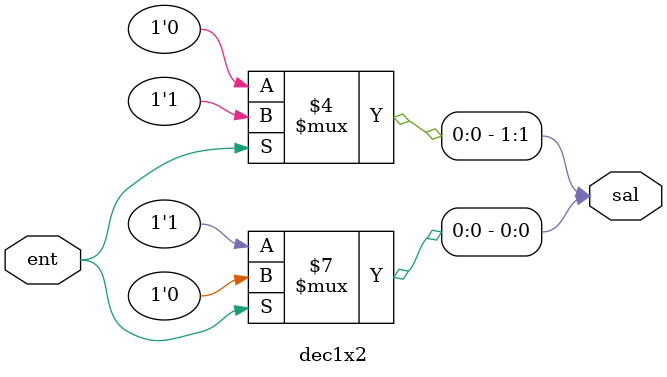
<source format=v>
module dec1x2 (ent,sal);
input ent;
output reg [1:0]  sal;
always @ (ent)begin
  sal=0;
  if (ent==1) sal[1]=1;
   else sal[0]=1;
    end
endmodule
   
</source>
